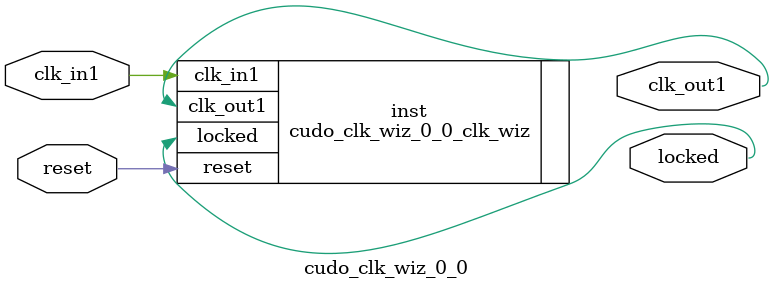
<source format=v>


`timescale 1ps/1ps

(* CORE_GENERATION_INFO = "cudo_clk_wiz_0_0,clk_wiz_v5_3_3_0,{component_name=cudo_clk_wiz_0_0,use_phase_alignment=true,use_min_o_jitter=false,use_max_i_jitter=false,use_dyn_phase_shift=false,use_inclk_switchover=false,use_dyn_reconfig=false,enable_axi=0,feedback_source=FDBK_AUTO,PRIMITIVE=MMCM,num_out_clk=1,clkin1_period=8.0,clkin2_period=10.0,use_power_down=false,use_reset=true,use_locked=true,use_inclk_stopped=false,feedback_type=SINGLE,CLOCK_MGR_TYPE=NA,manual_override=false}" *)

module cudo_clk_wiz_0_0 
 (
  // Clock out ports
  output        clk_out1,
  // Status and control signals
  input         reset,
  output        locked,
 // Clock in ports
  input         clk_in1
 );

  cudo_clk_wiz_0_0_clk_wiz inst
  (
  // Clock out ports  
  .clk_out1(clk_out1),
  // Status and control signals               
  .reset(reset), 
  .locked(locked),
 // Clock in ports
  .clk_in1(clk_in1)
  );

endmodule

</source>
